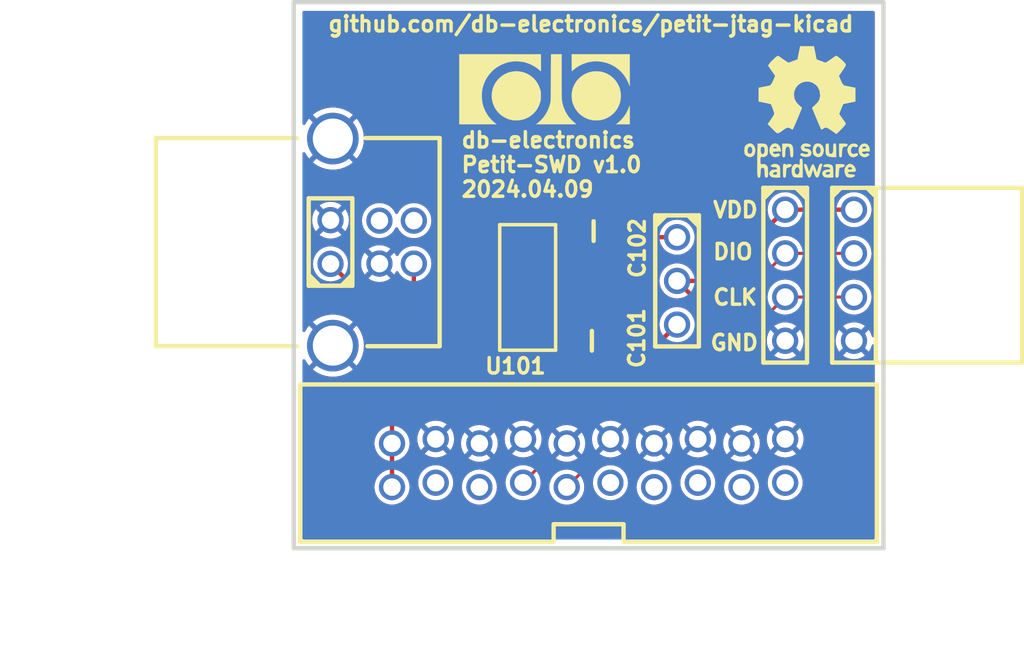
<source format=kicad_pcb>
(kicad_pcb (version 20221018) (generator pcbnew)
  (title_block (title "Petit SWD") (date "2024-04-10") (rev "1.0") (company "db Electronics") (comment 1 "https://github.com/db-electronics/petit-jtag-kicad") (comment 2 "Licensed Under CERN OHL v.1.2") (comment 3 "Copyright 2024 René Richard"))
  (layers (0 "F.Cu" signal) (31 "B.Cu" signal) (36 "B.SilkS" user "B.Silkscreen") (37 "F.SilkS" user "F.Silkscreen") (38 "B.Mask" user) (39 "F.Mask" user) (44 "Edge.Cuts" user))
  (net 0 "")
  (net 1 "+3V3")
  (net 3 "GND")
  (net 5 "/SWDIO")
  (net 6 "/SWCLK")
  (net 12 "+5V")
  (net 13 "VCC")
  (footprint "db-thparts:HDR1X4" (layer "F.Cu") (at 154.305 92.075)
    (fp_text reference "CON102" hide)
    (fp_text value "61300411121" hide)
    (fp_line (start -1.27 -1.27) (end -1.27 8.89) (stroke (width 0.254)) (layer "F.SilkS"))
    (fp_line (start -1.27 -1.27) (end -1.016 -1.016) (stroke (width 0.254)) (layer "F.SilkS"))
    (fp_line (start -1.27 -0.635) (end -0.635 -1.27) (stroke (width 0.254)) (layer "F.SilkS"))
    (fp_line (start -1.27 8.89) (end 1.27 8.89) (stroke (width 0.254)) (layer "F.SilkS"))
    (fp_line (start 0.635 -1.27) (end 1.27 -0.635) (stroke (width 0.254)) (layer "F.SilkS"))
    (fp_line (start 1.27 -1.27) (end -1.27 -1.27) (stroke (width 0.254)) (layer "F.SilkS"))
    (fp_line (start 1.27 -1.27) (end 1.016 -1.016) (stroke (width 0.254)) (layer "F.SilkS"))
    (fp_line (start 1.27 8.89) (end 1.27 -1.27) (stroke (width 0.254)) (layer "F.SilkS"))
    (pad "1" thru_hole circle (at 0 0) (size 1.524 1.524) (drill 1.016) (layers "*.Cu" "*.Mask") (net 13 "VCC"))
    (pad "2" thru_hole circle (at 0 2.54) (size 1.524 1.524) (drill 1.016) (layers "*.Cu" "*.Mask") (net 5 "/SWDIO"))
    (pad "3" thru_hole circle (at 0 5.08) (size 1.524 1.524) (drill 1.016) (layers "*.Cu" "*.Mask") (net 6 "/SWCLK"))
    (pad "4" thru_hole circle (at 0 7.62) (size 1.524 1.524) (drill 1.016) (layers "*.Cu" "*.Mask") (net 3 "GND"))
  )
  (footprint "db-thparts:USB-B1HSxx" (layer "F.Cu") (at 130.715 93.96 90)
    (fp_text reference "CON104" hide)
    (fp_text value "USB-B1HSB6" hide)
    (fp_line (start -6.05 -13) (end -6.05 -4.8) (stroke (width 0.254)) (layer "F.SilkS"))
    (fp_line (start -6.05 -13) (end 6.05 -13) (stroke (width 0.254)) (layer "F.SilkS"))
    (fp_line (start -6.05 3.5) (end -6.05 -0.7) (stroke (width 0.254)) (layer "F.SilkS"))
    (fp_line (start -6.05 3.5) (end 6.05 3.5) (stroke (width 0.254)) (layer "F.SilkS"))
    (fp_line (start 6.05 -13) (end 6.05 -4.8) (stroke (width 0.254)) (layer "F.SilkS"))
    (fp_line (start 6.05 3.5) (end 6.05 -0.8) (stroke (width 0.254)) (layer "F.SilkS"))
    (pad "1" thru_hole circle (at -1.25 2 90) (size 1.524 1.524) (drill 1.016) (layers "*.Cu" "*.Mask") (net 12 "+5V"))
    (pad "2" thru_hole circle (at 1.25 2 90) (size 1.524 1.524) (drill 1.016) (layers "*.Cu" "*.Mask"))
    (pad "3" thru_hole circle (at 1.25 0 90) (size 1.524 1.524) (drill 1.016) (layers "*.Cu" "*.Mask"))
    (pad "4" thru_hole circle (at -1.25 0 90) (size 1.524 1.524) (drill 1.016) (layers "*.Cu" "*.Mask") (net 3 "GND"))
    (pad "5" thru_hole circle (at -6.02 -2.71 90) (size 3 3) (drill 2.33) (layers "*.Cu" "*.Mask") (net 3 "GND"))
    (pad "5" thru_hole circle (at 6.02 -2.71 90) (size 3 3) (drill 2.33) (layers "*.Cu" "*.Mask") (net 3 "GND"))
  )
  (footprint "db-thparts:HDR1X3" (layer "F.Cu") (at 148.0185 93.6752)
    (fp_text reference "CON105" hide)
    (fp_text value "61300311121" hide)
    (fp_line (start -1.27 -1.27) (end -1.27 6.35) (stroke (width 0.254)) (layer "F.SilkS"))
    (fp_line (start -1.27 -1.27) (end -1.016 -1.016) (stroke (width 0.254)) (layer "F.SilkS"))
    (fp_line (start -1.27 -0.635) (end -0.635 -1.27) (stroke (width 0.254)) (layer "F.SilkS"))
    (fp_line (start -1.27 6.35) (end 1.27 6.35) (stroke (width 0.254)) (layer "F.SilkS"))
    (fp_line (start 0.635 -1.27) (end 1.27 -0.635) (stroke (width 0.254)) (layer "F.SilkS"))
    (fp_line (start 1.27 -1.27) (end -1.27 -1.27) (stroke (width 0.254)) (layer "F.SilkS"))
    (fp_line (start 1.27 -1.27) (end 1.016 -1.016) (stroke (width 0.254)) (layer "F.SilkS"))
    (fp_line (start 1.27 6.35) (end 1.27 -1.27) (stroke (width 0.254)) (layer "F.SilkS"))
    (pad "1" thru_hole circle (at 0 0) (size 1.524 1.524) (drill 1.016) (layers "*.Cu" "*.Mask") (net 1 "+3V3"))
    (pad "2" thru_hole circle (at 0 2.54) (size 1.524 1.524) (drill 1.016) (layers "*.Cu" "*.Mask") (net 13 "VCC"))
    (pad "3" thru_hole circle (at 0 5.08) (size 1.524 1.524) (drill 1.016) (layers "*.Cu" "*.Mask") (net 12 "+5V"))
  )
  (footprint "db-thparts:HDR2X10-JTAG-SHROUD" (layer "F.Cu") (at 131.445 108.077 90)
    (fp_text reference "CON101" hide)
    (fp_text value "302-S201" hide)
    (fp_line (start -3.302 -5.334) (end -3.302 9.398) (stroke (width 0.254)) (layer "F.SilkS"))
    (fp_line (start -3.302 -5.334) (end 5.842 -5.334) (stroke (width 0.254)) (layer "F.SilkS"))
    (fp_line (start -3.302 9.398) (end -2.286 9.398) (stroke (width 0.254)) (layer "F.SilkS"))
    (fp_line (start -3.302 13.462) (end -3.302 28.194) (stroke (width 0.254)) (layer "F.SilkS"))
    (fp_line (start -3.302 28.194) (end 5.842 28.194) (stroke (width 0.254)) (layer "F.SilkS"))
    (fp_line (start -2.286 9.398) (end -2.286 13.462) (stroke (width 0.254)) (layer "F.SilkS"))
    (fp_line (start -2.286 13.462) (end -3.302 13.462) (stroke (width 0.254)) (layer "F.SilkS"))
    (fp_line (start 5.842 28.194) (end 5.842 -5.334) (stroke (width 0.254)) (layer "F.SilkS"))
    (pad "1" thru_hole circle (at -0.127 0 90) (size 1.524 1.524) (drill 1.016) (layers "*.Cu" "*.Mask") (net 13 "VCC"))
    (pad "2" thru_hole circle (at 2.413 0 90) (size 1.524 1.524) (drill 1.016) (layers "*.Cu" "*.Mask") (net 13 "VCC"))
    (pad "3" thru_hole circle (at 0.127 2.54 90) (size 1.524 1.524) (drill 1.016) (layers "*.Cu" "*.Mask"))
    (pad "4" thru_hole circle (at 2.667 2.54 90) (size 1.524 1.524) (drill 1.016) (layers "*.Cu" "*.Mask") (net 3 "GND"))
    (pad "5" thru_hole circle (at -0.127 5.08 90) (size 1.524 1.524) (drill 1.016) (layers "*.Cu" "*.Mask"))
    (pad "6" thru_hole circle (at 2.413 5.08 90) (size 1.524 1.524) (drill 1.016) (layers "*.Cu" "*.Mask") (net 3 "GND"))
    (pad "7" thru_hole circle (at 0.127 7.62 90) (size 1.524 1.524) (drill 1.016) (layers "*.Cu" "*.Mask") (net 5 "/SWDIO"))
    (pad "8" thru_hole circle (at 2.667 7.62 90) (size 1.524 1.524) (drill 1.016) (layers "*.Cu" "*.Mask") (net 3 "GND"))
    (pad "9" thru_hole circle (at -0.127 10.16 90) (size 1.524 1.524) (drill 1.016) (layers "*.Cu" "*.Mask") (net 6 "/SWCLK"))
    (pad "10" thru_hole circle (at 2.413 10.16 90) (size 1.524 1.524) (drill 1.016) (layers "*.Cu" "*.Mask") (net 3 "GND"))
    (pad "11" thru_hole circle (at 0.127 12.7 90) (size 1.524 1.524) (drill 1.016) (layers "*.Cu" "*.Mask"))
    (pad "12" thru_hole circle (at 2.667 12.7 90) (size 1.524 1.524) (drill 1.016) (layers "*.Cu" "*.Mask") (net 3 "GND"))
    (pad "13" thru_hole circle (at -0.127 15.24 90) (size 1.524 1.524) (drill 1.016) (layers "*.Cu" "*.Mask"))
    (pad "14" thru_hole circle (at 2.413 15.24 90) (size 1.524 1.524) (drill 1.016) (layers "*.Cu" "*.Mask") (net 3 "GND"))
    (pad "15" thru_hole circle (at 0.127 17.78 90) (size 1.524 1.524) (drill 1.016) (layers "*.Cu" "*.Mask"))
    (pad "16" thru_hole circle (at 2.667 17.78 90) (size 1.524 1.524) (drill 1.016) (layers "*.Cu" "*.Mask") (net 3 "GND"))
    (pad "17" thru_hole circle (at -0.127 20.32 90) (size 1.524 1.524) (drill 1.016) (layers "*.Cu" "*.Mask"))
    (pad "18" thru_hole circle (at 2.413 20.32 90) (size 1.524 1.524) (drill 1.016) (layers "*.Cu" "*.Mask") (net 3 "GND"))
    (pad "19" thru_hole circle (at 0.127 22.86 90) (size 1.524 1.524) (drill 1.016) (layers "*.Cu" "*.Mask"))
    (pad "20" thru_hole circle (at 2.667 22.86 90) (size 1.524 1.524) (drill 1.016) (layers "*.Cu" "*.Mask") (net 3 "GND"))
  )
  (footprint "db-thparts:HDR1X2" (layer "F.Cu") (at 127.87 95.2246 180)
    (fp_text reference "CON106" hide)
    (fp_text value "61300211121" hide)
    (fp_line (start -1.27 -1.27) (end -1.016 -1.016) (stroke (width 0.254)) (layer "F.SilkS"))
    (fp_line (start -1.27 -1.27) (end 1.27 -1.27) (stroke (width 0.254)) (layer "F.SilkS"))
    (fp_line (start -1.27 3.81) (end -1.27 -1.27) (stroke (width 0.254)) (layer "F.SilkS"))
    (fp_line (start -0.635 -1.27) (end -1.27 -0.635) (stroke (width 0.254)) (layer "F.SilkS"))
    (fp_line (start 0.635 -1.27) (end 1.27 -0.635) (stroke (width 0.254)) (layer "F.SilkS"))
    (fp_line (start 1.27 -1.27) (end 1.016 -1.016) (stroke (width 0.254)) (layer "F.SilkS"))
    (fp_line (start 1.27 -1.27) (end 1.27 3.81) (stroke (width 0.254)) (layer "F.SilkS"))
    (fp_line (start 1.27 3.81) (end -1.27 3.81) (stroke (width 0.254)) (layer "F.SilkS"))
    (pad "1" thru_hole circle (at 0 0 180) (size 1.524 1.524) (drill 1.016) (layers "*.Cu" "*.Mask") (net 12 "+5V"))
    (pad "2" thru_hole circle (at 0 2.54 180) (size 1.524 1.524) (drill 1.016) (layers "*.Cu" "*.Mask") (net 3 "GND"))
  )
  (footprint "db-smt:SOT-223" (layer "F.Cu") (at 136.2571 96.5962 -90)
    (fp_text reference "U101" (at 4.572 -2.3634) (layer "F.SilkS") (effects (font (size 0.889 0.889) (thickness 0.2032))))
    (fp_text value "AZ1117CH-3.3TRG1" hide)
    (fp_line (start -3.65 -4.7) (end -3.65 -1.45) (stroke (width 0.2032)) (layer "F.SilkS"))
    (fp_line (start -3.65 -4.7) (end 3.65 -4.7) (stroke (width 0.2032)) (layer "F.SilkS"))
    (fp_line (start -3.65 -1.45) (end 3.65 -1.45) (stroke (width 0.2032)) (layer "F.SilkS"))
    (fp_line (start 3.65 -1.45) (end 3.65 -4.7) (stroke (width 0.2032)) (layer "F.SilkS"))
    (pad "1" smd rect (at -2.3 0 270) (size 1.2 2.2) (layers "F.Cu" "F.Paste" "F.Mask") (net 3 "GND"))
    (pad "2" smd rect (at 0 -6.2 270) (size 3.5 2.2) (layers "F.Cu" "F.Paste" "F.Mask") (net 1 "+3V3"))
    (pad "2" smd rect (at 0 0 270) (size 1.2 2.2) (layers "F.Cu" "F.Paste" "F.Mask") (net 1 "+3V3"))
    (pad "3" smd rect (at 2.3 0 270) (size 1.2 2.2) (layers "F.Cu" "F.Paste" "F.Mask") (net 12 "+5V"))
  )
  (footprint "db-artwork:oshw-logo_7.5mm" (layer "F.Cu") (at 155.575 86.36)
    (fp_text reference "logo102" hide)
    (fp_text value "oshw-logo" hide)
    (fp_poly (pts (xy 2.22811 1.877412) (xy 2.32344 1.894297) (xy 2.352796 1.910333) (xy 2.352453 1.97402) (xy 2.301982 2.030846) (xy 2.232318 2.049496) (xy 2.218866 2.045914) (xy 2.128443 2.045235) (xy 2.067523 2.123527) (xy 2.036362 2.280306) (xy 2.032 2.397016) (xy 2.029261 2.544228) (xy 2.0171 2.625709) (xy 1.989602 2.660325) (xy 1.947334 2.667) (xy 1.907758 2.660853) (xy 1.882879 2.631872) (xy 1.869322 2.564247) (xy 1.863712 2.442169) (xy 1.862667 2.270401) (xy 1.862667 1.873803) (xy 2.095152 1.871714) (xy 2.22811 1.877412)) (stroke (width 0.01)) (fill solid) (layer "F.SilkS"))
    (fp_poly (pts (xy 2.022973 3.065188) (xy 2.127916 3.079321) (xy 2.15971 3.090771) (xy 2.190713 3.141916) (xy 2.158229 3.198734) (xy 2.080209 3.243732) (xy 1.986418 3.259666) (xy 1.922796 3.263281) (xy 1.88592 3.286651) (xy 1.867083 3.348566) (xy 1.857579 3.467816) (xy 1.854018 3.545416) (xy 1.844786 3.698174) (xy 1.829135 3.785832) (xy 1.799916 3.827958) (xy 1.749983 3.844114) (xy 1.74462 3.844907) (xy 1.699481 3.848141) (xy 1.671736 3.831952) (xy 1.657946 3.780902) (xy 1.654675 3.679555) (xy 1.658485 3.512471) (xy 1.659953 3.464671) (xy 1.672167 3.070692) (xy 1.887265 3.063011) (xy 2.022973 3.065188)) (stroke (width 0.01)) (fill solid) (layer "F.SilkS"))
    (fp_poly (pts (xy -1.243579 3.06787) (xy -1.227666 3.095516) (xy -1.20757 3.118205) (xy -1.164716 3.090789) (xy -1.091078 3.064163) (xy -0.996521 3.065817) (xy -0.917282 3.090822) (xy -0.889 3.128289) (xy -0.926827 3.194313) (xy -1.022505 3.247304) (xy -1.100666 3.266193) (xy -1.157175 3.27999) (xy -1.190253 3.314953) (xy -1.207681 3.390827) (xy -1.217238 3.527358) (xy -1.219017 3.566583) (xy -1.228565 3.719624) (xy -1.244389 3.806152) (xy -1.272541 3.844321) (xy -1.314267 3.852333) (xy -1.352752 3.845812) (xy -1.377044 3.815809) (xy -1.390367 3.746659) (xy -1.395943 3.622698) (xy -1.397 3.450166) (xy -1.395721 3.263248) (xy -1.389682 3.145278) (xy -1.375574 3.080552) (xy -1.350093 3.053364) (xy -1.312333 3.048) (xy -1.243579 3.06787)) (stroke (width 0.01)) (fill solid) (layer "F.SilkS"))
    (fp_poly (pts (xy 2.82331 1.881264) (xy 2.900728 1.921585) (xy 2.954549 1.976468) (xy 2.938543 2.031202) (xy 2.926375 2.046689) (xy 2.867729 2.089704) (xy 2.794886 2.065028) (xy 2.790244 2.062162) (xy 2.688997 2.035925) (xy 2.607165 2.084516) (xy 2.556628 2.198436) (xy 2.548193 2.255768) (xy 2.564622 2.388194) (xy 2.630992 2.466225) (xy 2.732961 2.478284) (xy 2.794875 2.454865) (xy 2.892314 2.429654) (xy 2.952714 2.466943) (xy 2.963334 2.514536) (xy 2.927022 2.570213) (xy 2.839411 2.624309) (xy 2.732489 2.660019) (xy 2.675592 2.665712) (xy 2.579023 2.643735) (xy 2.52545 2.619056) (xy 2.43773 2.52739) (xy 2.374678 2.387215) (xy 2.349389 2.23389) (xy 2.355582 2.160339) (xy 2.420428 2.017455) (xy 2.535378 1.916578) (xy 2.677362 1.867814) (xy 2.82331 1.881264)) (stroke (width 0.01)) (fill solid) (layer "F.SilkS"))
    (fp_poly (pts (xy -1.029438 1.881142) (xy -0.913774 1.922038) (xy -0.84505 2.007565) (xy -0.812251 2.150923) (xy -0.804333 2.3495) (xy -0.806414 2.512016) (xy -0.815692 2.607385) (xy -0.836722 2.653087) (xy -0.87406 2.666601) (xy -0.887066 2.667) (xy -0.9321 2.657027) (xy -0.959038 2.61493) (xy -0.974067 2.522436) (xy -0.982316 2.385669) (xy -0.995486 2.219747) (xy -1.020254 2.118959) (xy -1.061858 2.06401) (xy -1.071396 2.057586) (xy -1.153734 2.04262) (xy -1.216706 2.104179) (xy -1.256668 2.235593) (xy -1.27 2.421091) (xy -1.273294 2.560192) (xy -1.287682 2.634364) (xy -1.319921 2.663232) (xy -1.354666 2.667) (xy -1.394242 2.660853) (xy -1.419121 2.631872) (xy -1.432678 2.564247) (xy -1.438288 2.442169) (xy -1.439333 2.270401) (xy -1.439333 1.873803) (xy -1.203055 1.871679) (xy -1.029438 1.881142)) (stroke (width 0.01)) (fill solid) (layer "F.SilkS"))
    (fp_poly (pts (xy 0.790285 1.90013) (xy 0.902959 2.004503) (xy 0.964874 2.163757) (xy 0.973667 2.264833) (xy 0.943669 2.445903) (xy 0.863097 2.577067) (xy 0.746085 2.649834) (xy 0.606768 2.655716) (xy 0.459278 2.586223) (xy 0.450209 2.57926) (xy 0.383399 2.514244) (xy 0.349961 2.435757) (xy 0.339122 2.313135) (xy 0.338751 2.271196) (xy 0.508 2.271196) (xy 0.534069 2.391705) (xy 0.597694 2.461401) (xy 0.677001 2.474793) (xy 0.750118 2.42639) (xy 0.788905 2.341708) (xy 0.791675 2.221391) (xy 0.768281 2.134711) (xy 0.701714 2.049293) (xy 0.62637 2.036002) (xy 0.558781 2.086167) (xy 0.515479 2.191119) (xy 0.508 2.271196) (xy 0.338751 2.271196) (xy 0.338667 2.26176) (xy 0.362385 2.063774) (xy 0.434646 1.934067) (xy 0.557111 1.870416) (xy 0.636924 1.862666) (xy 0.790285 1.90013)) (stroke (width 0.01)) (fill solid) (layer "F.SilkS"))
    (fp_poly (pts (xy -3.149684 1.921286) (xy -3.057849 2.037379) (xy -3.009596 2.202889) (xy -3.005666 2.272466) (xy -3.036276 2.450477) (xy -3.11824 2.57921) (xy -3.236761 2.649993) (xy -3.377042 2.654152) (xy -3.524285 2.583017) (xy -3.529124 2.57926) (xy -3.597043 2.512578) (xy -3.630364 2.431505) (xy -3.640441 2.304474) (xy -3.640666 2.26914) (xy -3.639305 2.246067) (xy -3.464082 2.246067) (xy -3.453415 2.377047) (xy -3.405317 2.441241) (xy -3.308783 2.473499) (xy -3.228568 2.433489) (xy -3.181208 2.33361) (xy -3.175 2.268527) (xy -3.200222 2.132533) (xy -3.262034 2.05715) (xy -3.339656 2.04399) (xy -3.412307 2.09467) (xy -3.459207 2.210803) (xy -3.464082 2.246067) (xy -3.639305 2.246067) (xy -3.631853 2.119818) (xy -3.598824 2.022228) (xy -3.542688 1.954712) (xy -3.406504 1.871432) (xy -3.270703 1.863131) (xy -3.149684 1.921286)) (stroke (width 0.01)) (fill solid) (layer "F.SilkS"))
    (fp_poly (pts (xy 1.648214 1.868804) (xy 1.673088 1.897748) (xy 1.686654 1.965297) (xy 1.692278 2.087246) (xy 1.693334 2.259948) (xy 1.693334 2.65723) (xy 1.480324 2.65723) (xy 1.283198 2.63453) (xy 1.173408 2.581219) (xy 1.123775 2.530084) (xy 1.095293 2.461866) (xy 1.082393 2.353641) (xy 1.0795 2.19452) (xy 1.081421 2.034261) (xy 1.090856 1.939888) (xy 1.113315 1.892646) (xy 1.154311 1.873776) (xy 1.17475 1.870305) (xy 1.224546 1.868374) (xy 1.253053 1.891989) (xy 1.266185 1.958675) (xy 1.269856 2.085954) (xy 1.27 2.152527) (xy 1.277127 2.33179) (xy 1.302216 2.436439) (xy 1.350831 2.475616) (xy 1.428536 2.458461) (xy 1.449917 2.448123) (xy 1.492103 2.408286) (xy 1.515072 2.330379) (xy 1.523565 2.19445) (xy 1.524 2.136343) (xy 1.526667 1.987916) (xy 1.538536 1.905334) (xy 1.565408 1.869845) (xy 1.608667 1.862666) (xy 1.648214 1.868804)) (stroke (width 0.01)) (fill solid) (layer "F.SilkS"))
    (fp_poly (pts (xy -1.706223 1.902656) (xy -1.602585 2.001704) (xy -1.540886 2.155077) (xy -1.53834 2.169583) (xy -1.512922 2.328333) (xy -1.751294 2.328333) (xy -1.895547 2.334301) (xy -1.97017 2.354641) (xy -1.989666 2.38898) (xy -1.954272 2.450897) (xy -1.870123 2.481492) (xy -1.770271 2.471265) (xy -1.743751 2.459659) (xy -1.655783 2.441119) (xy -1.615152 2.465781) (xy -1.571371 2.527493) (xy -1.595679 2.574918) (xy -1.674158 2.617871) (xy -1.82639 2.662932) (xy -1.956018 2.638274) (xy -2.044207 2.581817) (xy -2.149803 2.448119) (xy -2.187844 2.275654) (xy -2.160666 2.106083) (xy -1.979083 2.106083) (xy -1.957054 2.146227) (xy -1.862666 2.159) (xy -1.765627 2.145022) (xy -1.74625 2.106083) (xy -1.797275 2.064761) (xy -1.862666 2.053166) (xy -1.946453 2.073122) (xy -1.979083 2.106083) (xy -2.160666 2.106083) (xy -2.158941 2.095321) (xy -2.07816 1.954264) (xy -1.963072 1.876655) (xy -1.832739 1.860212) (xy -1.706223 1.902656)) (stroke (width 0.01)) (fill solid) (layer "F.SilkS"))
    (fp_poly (pts (xy 0.032085 1.87269) (xy 0.145844 1.911644) (xy 0.21911 1.964544) (xy 0.219508 2.01279) (xy 0.158639 2.045933) (xy 0.048103 2.053524) (xy -0.004943 2.047466) (xy -0.113125 2.036538) (xy -0.160745 2.053896) (xy -0.169333 2.090089) (xy -0.135859 2.14482) (xy -0.051753 2.159) (xy 0.098843 2.190268) (xy 0.206821 2.273798) (xy 0.253423 2.394177) (xy 0.254 2.410216) (xy 0.234066 2.515625) (xy 0.194278 2.579198) (xy 0.068404 2.636472) (xy -0.093281 2.648349) (xy -0.254236 2.613399) (xy -0.288299 2.598086) (xy -0.376246 2.547028) (xy -0.397284 2.508044) (xy -0.367321 2.465845) (xy -0.297276 2.427195) (xy -0.219388 2.4512) (xy -0.09877 2.49182) (xy 0.008521 2.488788) (xy 0.066425 2.4506) (xy 0.064241 2.393468) (xy -0.004521 2.349419) (xy -0.1218 2.329272) (xy -0.136607 2.328981) (xy -0.257545 2.291982) (xy -0.336547 2.199474) (xy -0.356488 2.076901) (xy -0.343034 2.022321) (xy -0.261692 1.915345) (xy -0.13084 1.864152) (xy 0.032085 1.87269)) (stroke (width 0.01)) (fill solid) (layer "F.SilkS"))
    (fp_poly (pts (xy 1.328847 3.077167) (xy 1.44165 3.129082) (xy 1.481152 3.174038) (xy 1.502915 3.255803) (xy 1.518339 3.392208) (xy 1.524 3.548666) (xy 1.524 3.843232) (xy 1.275608 3.846729) (xy 1.114456 3.841178) (xy 1.01354 3.815389) (xy 0.958108 3.773862) (xy 0.891367 3.65341) (xy 0.892583 3.636379) (xy 1.076895 3.636379) (xy 1.078074 3.638359) (xy 1.14299 3.675222) (xy 1.236482 3.670727) (xy 1.318066 3.6325) (xy 1.346826 3.58775) (xy 1.333302 3.529338) (xy 1.262521 3.514314) (xy 1.149223 3.532831) (xy 1.080827 3.577905) (xy 1.076895 3.636379) (xy 0.892583 3.636379) (xy 0.899501 3.539574) (xy 0.973199 3.448011) (xy 1.103152 3.394374) (xy 1.188357 3.386666) (xy 1.30554 3.375539) (xy 1.352492 3.33918) (xy 1.354667 3.323973) (xy 1.316371 3.267176) (xy 1.214052 3.233756) (xy 1.066564 3.229775) (xy 1.062618 3.230092) (xy 0.970587 3.216697) (xy 0.945988 3.1706) (xy 0.991736 3.113928) (xy 1.043869 3.087785) (xy 1.185723 3.061325) (xy 1.328847 3.077167)) (stroke (width 0.01)) (fill solid) (layer "F.SilkS"))
    (fp_poly (pts (xy 3.471791 1.901043) (xy 3.579104 2.001264) (xy 3.636305 2.140963) (xy 3.640667 2.193478) (xy 3.640667 2.328333) (xy 3.404306 2.328333) (xy 3.254758 2.338375) (xy 3.187429 2.368528) (xy 3.202284 2.418829) (xy 3.272624 2.473166) (xy 3.359362 2.494157) (xy 3.432171 2.463177) (xy 3.513164 2.429624) (xy 3.579256 2.457167) (xy 3.58483 2.461693) (xy 3.622675 2.506952) (xy 3.599944 2.552523) (xy 3.555657 2.591123) (xy 3.411286 2.658886) (xy 3.256596 2.65132) (xy 3.116674 2.57) (xy 3.109576 2.56309) (xy 3.02468 2.429482) (xy 2.99842 2.275213) (xy 3.021416 2.137379) (xy 3.194122 2.137379) (xy 3.228407 2.155468) (xy 3.316655 2.159) (xy 3.417206 2.150998) (xy 3.449524 2.121899) (xy 3.444309 2.0955) (xy 3.386306 2.040795) (xy 3.344988 2.032) (xy 3.255617 2.06256) (xy 3.217334 2.0955) (xy 3.194122 2.137379) (xy 3.021416 2.137379) (xy 3.024174 2.120852) (xy 3.095322 1.98697) (xy 3.205241 1.894136) (xy 3.33503 1.862666) (xy 3.471791 1.901043)) (stroke (width 0.01)) (fill solid) (layer "F.SilkS"))
    (fp_poly (pts (xy -1.759714 3.066267) (xy -1.660419 3.1139) (xy -1.612437 3.156684) (xy -1.584121 3.215841) (xy -1.570455 3.312575) (xy -1.566425 3.468094) (xy -1.566333 3.511688) (xy -1.566333 3.843576) (xy -1.800745 3.846376) (xy -1.959576 3.839163) (xy -2.062327 3.808311) (xy -2.118245 3.766088) (xy -2.189099 3.668778) (xy -2.18802 3.608916) (xy -1.981825 3.608916) (xy -1.972562 3.662209) (xy -1.904702 3.681907) (xy -1.865771 3.683) (xy -1.771873 3.670737) (xy -1.737708 3.623788) (xy -1.735666 3.595521) (xy -1.752352 3.533005) (xy -1.818071 3.518547) (xy -1.851721 3.521438) (xy -1.948235 3.557578) (xy -1.981825 3.608916) (xy -2.18802 3.608916) (xy -2.187381 3.573542) (xy -2.135433 3.480752) (xy -2.059636 3.412876) (xy -1.942561 3.387717) (xy -1.899495 3.386666) (xy -1.790033 3.380095) (xy -1.745558 3.354318) (xy -1.744177 3.312583) (xy -1.782296 3.259086) (xy -1.879606 3.239161) (xy -1.912606 3.2385) (xy -2.045718 3.225828) (xy -2.105687 3.190437) (xy -2.088197 3.136267) (xy -2.055592 3.108038) (xy -1.915753 3.053823) (xy -1.759714 3.066267)) (stroke (width 0.01)) (fill solid) (layer "F.SilkS"))
    (fp_poly (pts (xy 2.626053 3.086625) (xy 2.746604 3.187969) (xy 2.8216 3.330232) (xy 2.836334 3.430991) (xy 2.825786 3.478603) (xy 2.780924 3.503548) (xy 2.68192 3.512774) (xy 2.600396 3.513666) (xy 2.465336 3.517304) (xy 2.396809 3.532229) (xy 2.376846 3.564462) (xy 2.379217 3.58775) (xy 2.412386 3.637989) (xy 2.498404 3.659455) (xy 2.568909 3.661833) (xy 2.71262 3.673377) (xy 2.781052 3.706322) (xy 2.771024 3.758135) (xy 2.732926 3.792294) (xy 2.610922 3.839976) (xy 2.460252 3.847119) (xy 2.327492 3.812007) (xy 2.319417 3.807541) (xy 2.252302 3.728358) (xy 2.202928 3.597633) (xy 2.180464 3.448058) (xy 2.187764 3.338095) (xy 2.208344 3.292693) (xy 2.372425 3.292693) (xy 2.380938 3.345992) (xy 2.449784 3.382016) (xy 2.497667 3.386666) (xy 2.595757 3.368954) (xy 2.624667 3.327695) (xy 2.589395 3.262629) (xy 2.506623 3.23351) (xy 2.434167 3.244357) (xy 2.372425 3.292693) (xy 2.208344 3.292693) (xy 2.238112 3.227022) (xy 2.328117 3.124733) (xy 2.429995 3.058791) (xy 2.480217 3.048) (xy 2.626053 3.086625)) (stroke (width 0.01)) (fill solid) (layer "F.SilkS"))
    (fp_poly (pts (xy -0.303943 2.756376) (xy -0.280278 2.779548) (xy -0.265561 2.834748) (xy -0.257684 2.93554) (xy -0.254535 3.095491) (xy -0.254 3.296005) (xy -0.254 3.840345) (xy -0.507282 3.843936) (xy -0.656761 3.841165) (xy -0.747343 3.822851) (xy -0.804373 3.781962) (xy -0.824782 3.755844) (xy -0.873586 3.633793) (xy -0.891162 3.474797) (xy -0.890475 3.46589) (xy -0.719666 3.46589) (xy -0.695394 3.58952) (xy -0.635375 3.662747) (xy -0.558803 3.677134) (xy -0.484873 3.624245) (xy -0.459386 3.580288) (xy -0.432928 3.459209) (xy -0.450252 3.34057) (xy -0.504532 3.25794) (xy -0.527576 3.244968) (xy -0.609057 3.252344) (xy -0.678831 3.321375) (xy -0.717215 3.429423) (xy -0.719666 3.46589) (xy -0.890475 3.46589) (xy -0.8786 3.312123) (xy -0.836994 3.17904) (xy -0.804333 3.132666) (xy -0.691453 3.058187) (xy -0.569848 3.06334) (xy -0.505217 3.091822) (xy -0.455206 3.11101) (xy -0.431165 3.086533) (xy -0.423743 3.001473) (xy -0.423333 2.943656) (xy -0.417883 2.82404) (xy -0.395211 2.767243) (xy -0.345841 2.751769) (xy -0.338666 2.751666) (xy -0.303943 2.756376)) (stroke (width 0.01)) (fill solid) (layer "F.SilkS"))
    (fp_poly (pts (xy 0.873303 3.057858) (xy 0.889 3.071407) (xy 0.877607 3.119639) (xy 0.847032 3.229717) (xy 0.802683 3.382469) (xy 0.775057 3.475455) (xy 0.718782 3.655414) (xy 0.67573 3.767487) (xy 0.638235 3.825838) (xy 0.598629 3.84463) (xy 0.575731 3.843631) (xy 0.515015 3.810127) (xy 0.462799 3.719413) (xy 0.421592 3.598333) (xy 0.352837 3.3655) (xy 0.274521 3.608916) (xy 0.215277 3.765064) (xy 0.159474 3.845163) (xy 0.10309 3.84765) (xy 0.042104 3.77096) (xy -0.027505 3.613529) (xy -0.077704 3.471866) (xy -0.134395 3.287803) (xy -0.166094 3.151397) (xy -0.170009 3.075753) (xy -0.164126 3.065948) (xy -0.084956 3.055934) (xy -0.015993 3.129422) (xy 0.042212 3.2858) (xy 0.045427 3.298107) (xy 0.080012 3.413179) (xy 0.110399 3.480658) (xy 0.124227 3.488752) (xy 0.15075 3.437966) (xy 0.191467 3.334887) (xy 0.215321 3.267256) (xy 0.265833 3.151114) (xy 0.31848 3.080217) (xy 0.342147 3.069166) (xy 0.388612 3.106985) (xy 0.445645 3.208025) (xy 0.489352 3.316) (xy 0.576886 3.562834) (xy 0.648454 3.305417) (xy 0.694848 3.158686) (xy 0.737457 3.078903) (xy 0.786334 3.049485) (xy 0.804511 3.048) (xy 0.873303 3.057858)) (stroke (width 0.01)) (fill solid) (layer "F.SilkS"))
    (fp_poly (pts (xy -2.473218 1.881848) (xy -2.360057 1.934799) (xy -2.297863 2.040136) (xy -2.274901 2.210464) (xy -2.273905 2.271678) (xy -2.279907 2.419636) (xy -2.303797 2.511864) (xy -2.354396 2.576816) (xy -2.37362 2.593237) (xy -2.503933 2.653689) (xy -2.591335 2.650383) (xy -2.659006 2.640494) (xy -2.694094 2.658364) (xy -2.707303 2.722778) (xy -2.709333 2.852522) (xy -2.709333 2.8575) (xy -2.707469 2.989441) (xy -2.69474 3.055502) (xy -2.660445 3.074468) (xy -2.59388 3.065125) (xy -2.591335 3.064616) (xy -2.453262 3.074597) (xy -2.372074 3.123014) (xy -2.318902 3.175622) (xy -2.287923 3.241585) (xy -2.272986 3.344219) (xy -2.267937 3.506841) (xy -2.267823 3.518089) (xy -2.268185 3.679118) (xy -2.276534 3.774173) (xy -2.298027 3.821899) (xy -2.337821 3.840942) (xy -2.358088 3.844432) (xy -2.407629 3.845267) (xy -2.436946 3.8184) (xy -2.452821 3.746198) (xy -2.462035 3.611026) (xy -2.463921 3.569266) (xy -2.472433 3.416924) (xy -2.486367 3.330562) (xy -2.513383 3.291522) (xy -2.561141 3.281146) (xy -2.582333 3.280833) (xy -2.63866 3.285987) (xy -2.67158 3.313945) (xy -2.688855 3.383448) (xy -2.698249 3.513239) (xy -2.700684 3.566583) (xy -2.710366 3.719947) (xy -2.726444 3.806661) (xy -2.754789 3.844743) (xy -2.793821 3.852333) (xy -2.840672 3.839996) (xy -2.867769 3.790241) (xy -2.882443 3.683949) (xy -2.887137 3.608916) (xy -2.890662 3.484501) (xy -2.892323 3.295455) (xy -2.892112 3.061793) (xy -2.890024 2.80353) (xy -2.887436 2.618439) (xy -2.88074 2.214871) (xy -2.701481 2.214871) (xy -2.693607 2.351299) (xy -2.652641 2.453359) (xy -2.588565 2.497362) (xy -2.582333 2.497666) (xy -2.531393 2.468996) (xy -2.500118 2.437121) (xy -2.470372 2.357131) (xy -2.461815 2.238104) (xy -2.463185 2.214871) (xy -2.479428 2.1083) (xy -2.516064 2.0624) (xy -2.582333 2.053166) (xy -2.653022 2.064577) (xy -2.687196 2.114779) (xy -2.701481 2.214871) (xy -2.88074 2.214871) (xy -2.875039 1.871379) (xy -2.64908 1.86868) (xy -2.473218 1.881848)) (stroke (width 0.01)) (fill solid) (layer "F.SilkS"))
    (fp_poly (pts (xy 0.43056 -3.640667) (xy 0.45725 -3.511282) (xy 0.490022 -3.346986) (xy 0.507154 -3.259094) (xy 0.55218 -3.025687) (xy 0.796344 -2.93101) (xy 0.930353 -2.881115) (xy 1.032684 -2.846812) (xy 1.075794 -2.836334) (xy 1.125198 -2.859205) (xy 1.223245 -2.919614) (xy 1.350142 -3.005254) (xy 1.370458 -3.019528) (xy 1.503435 -3.112644) (xy 1.613169 -3.188027) (xy 1.678037 -3.230843) (xy 1.681641 -3.233007) (xy 1.732262 -3.219166) (xy 1.823224 -3.159301) (xy 1.936625 -3.068845) (xy 2.054565 -2.963225) (xy 2.159144 -2.857873) (xy 2.232459 -2.768218) (xy 2.245544 -2.746943) (xy 2.249635 -2.689091) (xy 2.21076 -2.595359) (xy 2.123556 -2.454487) (xy 2.067641 -2.373458) (xy 1.852573 -2.068198) (xy 1.968402 -1.795664) (xy 2.051438 -1.624936) (xy 2.125107 -1.52917) (xy 2.174532 -1.502206) (xy 2.262548 -1.483449) (xy 2.401544 -1.455506) (xy 2.54 -1.428558) (xy 2.815167 -1.375834) (xy 2.815167 -0.5715) (xy 2.464817 -0.503373) (xy 2.303708 -0.470501) (xy 2.178266 -0.441994) (xy 2.10868 -0.422554) (xy 2.101212 -0.418707) (xy 2.080205 -0.373901) (xy 2.037557 -0.271817) (xy 1.982296 -0.134095) (xy 1.979498 -0.127) (xy 1.87104 0.148166) (xy 2.050047 0.402166) (xy 2.14135 0.532764) (xy 2.214223 0.638918) (xy 2.254021 0.699273) (xy 2.255457 0.70169) (xy 2.238781 0.749167) (xy 2.172315 0.839355) (xy 2.06803 0.957054) (xy 1.996597 1.03029) (xy 1.711334 1.313366) (xy 1.440067 1.122349) (xy 1.277811 1.01366) (xy 1.162448 0.954486) (xy 1.075852 0.940114) (xy 0.999896 0.965829) (xy 0.954992 0.996179) (xy 0.880675 1.044293) (xy 0.843786 1.058333) (xy 0.818662 1.021264) (xy 0.767845 0.918783) (xy 0.697357 0.76398) (xy 0.613221 0.569945) (xy 0.552732 0.425763) (xy 0.29071 -0.206807) (xy 0.465596 -0.364806) (xy 0.626057 -0.53221) (xy 0.71978 -0.692915) (xy 0.758912 -0.870974) (xy 0.762 -0.951758) (xy 0.725592 -1.211427) (xy 0.615931 -1.429129) (xy 0.523797 -1.531891) (xy 0.322785 -1.669358) (xy 0.105537 -1.733737) (xy -0.114047 -1.731064) (xy -0.322067 -1.667373) (xy -0.504623 -1.548699) (xy -0.647816 -1.381075) (xy -0.737745 -1.170537) (xy -0.762 -0.973667) (xy -0.730919 -0.746578) (xy -0.631994 -0.546807) (xy -0.469326 -0.367987) (xy -0.29071 -0.206807) (xy -0.552732 0.425763) (xy -0.642605 0.638626) (xy -0.722832 0.820954) (xy -0.78739 0.959657) (xy -0.830257 1.041646) (xy -0.843786 1.058333) (xy -0.896561 1.035414) (xy -0.954992 0.996179) (xy -1.053564 0.943252) (xy -1.153282 0.946343) (xy -1.27689 1.008692) (xy -1.337732 1.050669) (xy -1.500333 1.169152) (xy -1.611936 1.242064) (xy -1.693424 1.268574) (xy -1.765681 1.247851) (xy -1.849589 1.179064) (xy -1.966032 1.061381) (xy -2.002697 1.024199) (xy -2.287033 0.737667) (xy -2.096016 0.4664) (xy -2.004898 0.328375) (xy -1.937405 0.209704) (xy -1.905898 0.132517) (xy -1.905 0.124378) (xy -1.919618 0.057263) (xy -1.956366 -0.058515) (xy -2.004583 -0.193558) (xy -2.053609 -0.31847) (xy -2.092782 -0.403854) (xy -2.101897 -0.418568) (xy -2.146169 -0.433766) (xy -2.253522 -0.460061) (xy -2.403875 -0.492666) (xy -2.464679 -0.505031) (xy -2.815166 -0.575092) (xy -2.815166 -1.375834) (xy -2.54 -1.428558) (xy -2.382815 -1.459214) (xy -2.248344 -1.486379) (xy -2.174532 -1.502206) (xy -2.104015 -1.550113) (xy -2.028241 -1.667037) (xy -1.968261 -1.795994) (xy -1.852292 -2.068858) (xy -2.039048 -2.336179) (xy -2.13253 -2.470701) (xy -2.208466 -2.581276) (xy -2.252468 -2.646927) (xy -2.255612 -2.651906) (xy -2.241424 -2.701751) (xy -2.178187 -2.789488) (xy -2.082034 -2.898975) (xy -1.9691 -3.014072) (xy -1.85552 -3.118637) (xy -1.757426 -3.196528) (xy -1.690954 -3.231606) (xy -1.677389 -3.23038) (xy -1.621287 -3.19364) (xy -1.517411 -3.122383) (xy -1.386971 -3.03118) (xy -1.370457 -3.019528) (xy -1.240939 -2.931162) (xy -1.137298 -2.86618) (xy -1.079329 -2.836889) (xy -1.075794 -2.836334) (xy -1.020291 -2.850645) (xy -0.911562 -2.887847) (xy -0.796343 -2.93101) (xy -0.55218 -3.025687) (xy -0.507154 -3.259094) (xy -0.475172 -3.422) (xy -0.443932 -3.57659) (xy -0.430559 -3.640667) (xy -0.39899 -3.788834) (xy 0.398991 -3.788834) (xy 0.43056 -3.640667)) (stroke (width 0.01)) (fill solid) (layer "F.SilkS"))
  )
  (footprint "db-thparts:RCP1X4_RA" (layer "F.Cu") (at 158.3055 92.075)
    (fp_text reference "CON103" hide)
    (fp_text value "PPTC041LGBN-RC" hide)
    (fp_line (start -1.27 -1.27) (end -1.27 8.89) (stroke (width 0.254)) (layer "F.SilkS"))
    (fp_line (start -1.27 -1.27) (end -1.016 -1.016) (stroke (width 0.254)) (layer "F.SilkS"))
    (fp_line (start -1.27 -0.762) (end -0.762 -1.27) (stroke (width 0.254)) (layer "F.SilkS"))
    (fp_line (start -1.27 8.89) (end 9.779 8.89) (stroke (width 0.254)) (layer "F.SilkS"))
    (fp_line (start 1.016 -1.016) (end 1.27 -1.27) (stroke (width 0.254)) (layer "F.SilkS"))
    (fp_line (start 1.27 -0.762) (end 0.762 -1.27) (stroke (width 0.254)) (layer "F.SilkS"))
    (fp_line (start 1.27 8.89) (end 1.27 -1.27) (stroke (width 0.254)) (layer "F.SilkS"))
    (fp_line (start 9.779 -1.27) (end -1.27 -1.27) (stroke (width 0.254)) (layer "F.SilkS"))
    (fp_line (start 9.779 8.89) (end 9.779 -1.27) (stroke (width 0.254)) (layer "F.SilkS"))
    (pad "1" thru_hole circle (at 0 0) (size 1.524 1.524) (drill 1.016) (layers "*.Cu" "*.Mask") (net 13 "VCC"))
    (pad "2" thru_hole circle (at 0 2.54) (size 1.524 1.524) (drill 1.016) (layers "*.Cu" "*.Mask") (net 5 "/SWDIO"))
    (pad "3" thru_hole circle (at 0 5.08) (size 1.524 1.524) (drill 1.016) (layers "*.Cu" "*.Mask") (net 6 "/SWCLK"))
    (pad "4" thru_hole circle (at 0 7.62) (size 1.524 1.524) (drill 1.016) (layers "*.Cu" "*.Mask") (net 3 "GND"))
  )
  (footprint "db-artwork:db-logo_10mm" (layer "F.Cu") (at 140.335 85.09)
    (fp_text reference "logo101" hide)
    (fp_text value "db-logo" hide)
    (fp_poly (pts (xy 4.926468 0.948175) (xy 4.928046 0.979428) (xy 4.929477 1.0289) (xy 4.930728 1.094411) (xy 4.931764 1.173781) (xy 4.932551 1.264831) (xy 4.933056 1.36538) (xy 4.933243 1.47325) (xy 4.933244 1.478844) (xy 4.933244 2.020711) (xy 4.538133 2.020711) (xy 4.446225 2.020606) (xy 4.361889 2.020308) (xy 4.28768 2.01984) (xy 4.226152 2.019229) (xy 4.17986 2.018498) (xy 4.151358 2.017673) (xy 4.143022 2.016893) (xy 4.151358 2.008843) (xy 4.173864 1.990133) (xy 4.206782 1.963831) (xy 4.234499 1.942167) (xy 4.371567 1.823948) (xy 4.499994 1.689582) (xy 4.617126 1.542769) (xy 4.720311 1.38721) (xy 4.806895 1.226606) (xy 4.874227 1.064659) (xy 4.883951 1.036097) (xy 4.898975 0.992973) (xy 4.912296 0.959371) (xy 4.921928 0.940091) (xy 4.924777 0.937319) (xy 4.926468 0.948175)) (stroke (width 0.01)) (fill solid) (layer "F.SilkS"))
    (fp_poly (pts (xy -2.604912 -2.051782) (xy -0.231423 -2.048933) (xy -0.228482 -1.555044) (xy -0.228013 -1.451899) (xy -0.227856 -1.356055) (xy -0.227997 -1.269799) (xy -0.228417 -1.195413) (xy -0.229099 -1.135184) (xy -0.230028 -1.091397) (xy -0.231186 -1.066335) (xy -0.232104 -1.061156) (xy -0.24284 -1.068204) (xy -0.266186 -1.087109) (xy -0.298072 -1.11451) (xy -0.316739 -1.131055) (xy -0.462277 -1.248172) (xy -0.623569 -1.354245) (xy -0.795513 -1.446547) (xy -0.97301 -1.522351) (xy -1.150958 -1.578929) (xy -1.15748 -1.580617) (xy -1.299093 -1.610309) (xy -1.451467 -1.630408) (xy -1.607712 -1.640557) (xy -1.76094 -1.640401) (xy -1.90426 -1.629584) (xy -1.958623 -1.621974) (xy -2.169326 -1.576966) (xy -2.370789 -1.512197) (xy -2.561935 -1.428643) (xy -2.741686 -1.327281) (xy -2.908964 -1.20909) (xy -3.062692 -1.075046) (xy -3.201791 -0.926127) (xy -3.325185 -0.763309) (xy -3.431794 -0.587571) (xy -3.520542 -0.399889) (xy -3.590351 -0.201241) (xy -3.611712 -0.122987) (xy -3.634907 -0.022355) (xy -3.651399 0.071481) (xy -3.661827 0.165076) (xy -3.66683 0.26499) (xy -3.66705 0.377778) (xy -3.665838 0.431701) (xy -3.655743 0.602797) (xy -3.634671 0.759224) (xy -3.601176 0.906779) (xy -3.553812 1.051261) (xy -3.491134 1.198468) (xy -3.457458 1.267321) (xy -3.357003 1.445216) (xy -3.243603 1.606728) (xy -3.114645 1.755047) (xy -2.967516 1.893366) (xy -2.897683 1.950823) (xy -2.809455 2.020711) (xy -4.9784 2.020711) (xy -4.9784 -2.054631) (xy -2.604912 -2.051782)) (stroke (width 0.01)) (fill solid) (layer "F.SilkS"))
    (fp_poly (pts (xy 4.933244 -1.128889) (xy 4.933173 -0.986506) (xy 4.932966 -0.85081) (xy 4.932634 -0.723469) (xy 4.932189 -0.606153) (xy 4.93164 -0.500529) (xy 4.931 -0.408269) (xy 4.930278 -0.331039) (xy 4.929485 -0.27051) (xy 4.928632 -0.228351) (xy 4.927731 -0.20623) (xy 4.927245 -0.2032) (xy 4.918603 -0.211986) (xy 4.916285 -0.217311) (xy 4.889566 -0.292593) (xy 4.868146 -0.351074) (xy 4.850229 -0.39739) (xy 4.834022 -0.436176) (xy 4.817731 -0.472066) (xy 4.817394 -0.472782) (xy 4.720068 -0.655501) (xy 4.606097 -0.826903) (xy 4.47757 -0.984234) (xy 4.336576 -1.124742) (xy 4.295422 -1.160465) (xy 4.125057 -1.290401) (xy 3.947218 -1.399561) (xy 3.760844 -1.488379) (xy 3.564872 -1.557291) (xy 3.358242 -1.606733) (xy 3.139891 -1.637139) (xy 3.131276 -1.637931) (xy 2.944547 -1.644088) (xy 2.753158 -1.630068) (xy 2.56053 -1.596776) (xy 2.370082 -1.545119) (xy 2.185235 -1.476003) (xy 2.009408 -1.390332) (xy 1.866259 -1.302915) (xy 1.814619 -1.266563) (xy 1.758689 -1.224866) (xy 1.703572 -1.181853) (xy 1.654373 -1.141551) (xy 1.616195 -1.107988) (xy 1.603022 -1.095186) (xy 1.592306 -1.084015) (xy 1.583432 -1.075751) (xy 1.576227 -1.072165) (xy 1.570517 -1.075028) (xy 1.566129 -1.08611) (xy 1.56289 -1.107184) (xy 1.560626 -1.140021) (xy 1.559163 -1.186391) (xy 1.55833 -1.248066) (xy 1.557951 -1.326816) (xy 1.557854 -1.424414) (xy 1.557866 -1.54263) (xy 1.557866 -2.054578) (xy 4.933244 -2.054578) (xy 4.933244 -1.128889)) (stroke (width 0.01)) (fill solid) (layer "F.SilkS"))
    (fp_poly (pts (xy -1.504364 -1.05406) (xy -1.337603 -1.02587) (xy -1.176925 -0.978734) (xy -1.023758 -0.913558) (xy -0.879534 -0.83125) (xy -0.745682 -0.732717) (xy -0.623633 -0.618866) (xy -0.514817 -0.490603) (xy -0.420664 -0.348836) (xy -0.342604 -0.194473) (xy -0.282068 -0.02842) (xy -0.247086 0.112889) (xy -0.239097 0.17114) (xy -0.234121 0.245486) (xy -0.232088 0.329658) (xy -0.232929 0.417383) (xy -0.236577 0.502392) (xy -0.242962 0.578414) (xy -0.252014 0.639177) (xy -0.252911 0.643467) (xy -0.302576 0.821621) (xy -0.372812 0.991561) (xy -0.462737 1.151205) (xy -0.477809 1.174044) (xy -0.524 1.235443) (xy -0.58366 1.304116) (xy -0.651553 1.374843) (xy -0.722446 1.442405) (xy -0.791103 1.501582) (xy -0.85126 1.546466) (xy -1.004982 1.636152) (xy -1.167485 1.70639) (xy -1.336333 1.756633) (xy -1.509089 1.78633) (xy -1.683318 1.794932) (xy -1.856583 1.781889) (xy -1.8796 1.778466) (xy -2.003171 1.753896) (xy -2.119028 1.719344) (xy -2.236508 1.671825) (xy -2.286 1.64854) (xy -2.44006 1.561677) (xy -2.578883 1.459522) (xy -2.702044 1.343759) (xy -2.809116 1.216069) (xy -2.899674 1.078136) (xy -2.97329 0.931641) (xy -3.029539 0.778268) (xy -3.067994 0.619699) (xy -3.08823 0.457617) (xy -3.08982 0.293703) (xy -3.072337 0.129642) (xy -3.035356 -0.032886) (xy -2.97845 -0.192196) (xy -2.901194 -0.346607) (xy -2.822286 -0.468489) (xy -2.716001 -0.597931) (xy -2.593341 -0.715398) (xy -2.457479 -0.818708) (xy -2.311588 -0.905675) (xy -2.158844 -0.974116) (xy -2.026833 -1.015878) (xy -1.850408 -1.049971) (xy -1.675775 -1.062395) (xy -1.504364 -1.05406)) (stroke (width 0.01)) (fill solid) (layer "F.SilkS"))
    (fp_poly (pts (xy 3.065783 -1.054262) (xy 3.128021 -1.052897) (xy 3.17756 -1.050198) (xy 3.219339 -1.045757) (xy 3.258293 -1.039162) (xy 3.299359 -1.030005) (xy 3.307644 -1.027982) (xy 3.41691 -0.99781) (xy 3.514338 -0.963159) (xy 3.610663 -0.919972) (xy 3.659907 -0.894889) (xy 3.809917 -0.803505) (xy 3.946128 -0.695158) (xy 4.06739 -0.571586) (xy 4.172556 -0.434524) (xy 4.260476 -0.285712) (xy 4.330003 -0.126885) (xy 4.379987 0.040219) (xy 4.40928 0.213862) (xy 4.412019 0.242711) (xy 4.41616 0.420817) (xy 4.398798 0.595466) (xy 4.360757 0.764936) (xy 4.302862 0.927507) (xy 4.225936 1.081456) (xy 4.130804 1.225061) (xy 4.01829 1.356601) (xy 3.889217 1.474355) (xy 3.78639 1.549705) (xy 3.644765 1.634443) (xy 3.501712 1.699986) (xy 3.350666 1.749128) (xy 3.273777 1.767627) (xy 3.233863 1.774014) (xy 3.178646 1.77983) (xy 3.113582 1.784815) (xy 3.044132 1.788711) (xy 2.975753 1.791256) (xy 2.913903 1.792193) (xy 2.864041 1.791262) (xy 2.833511 1.788544) (xy 2.808107 1.784356) (xy 2.769019 1.778026) (xy 2.726266 1.771173) (xy 2.583106 1.738253) (xy 2.438152 1.68593) (xy 2.295844 1.616499) (xy 2.160624 1.532255) (xy 2.036931 1.435496) (xy 1.986265 1.388533) (xy 1.865872 1.255613) (xy 1.764747 1.111408) (xy 1.682471 0.955179) (xy 1.61863 0.786189) (xy 1.591491 0.688622) (xy 1.578053 0.617584) (xy 1.56797 0.531279) (xy 1.561555 0.43681) (xy 1.559125 0.341283) (xy 1.560992 0.251803) (xy 1.567473 0.175474) (xy 1.568451 0.168389) (xy 1.605075 -0.009565) (xy 1.661975 -0.177929) (xy 1.738837 -0.33606) (xy 1.835345 -0.483315) (xy 1.951187 -0.619051) (xy 1.955632 -0.623631) (xy 2.084742 -0.742741) (xy 2.221303 -0.841993) (xy 2.368105 -0.922992) (xy 2.527935 -0.987343) (xy 2.650328 -1.023672) (xy 2.69504 -1.034821) (xy 2.733442 -1.04296) (xy 2.770529 -1.048551) (xy 2.811298 -1.052056) (xy 2.860747 -1.053936) (xy 2.923871 -1.054655) (xy 2.985911 -1.054705) (xy 3.065783 -1.054262)) (stroke (width 0.01)) (fill solid) (layer "F.SilkS"))
    (fp_poly (pts (xy 0.970844 -0.808533) (xy 0.970877 -0.602935) (xy 0.971004 -0.418517) (xy 0.971266 -0.253882) (xy 0.971704 -0.107634) (xy 0.972359 0.021624) (xy 0.973271 0.135289) (xy 0.974483 0.23476) (xy 0.976035 0.321431) (xy 0.977968 0.396702) (xy 0.980324 0.461968) (xy 0.983142 0.518626) (xy 0.986466 0.568075) (xy 0.990334 0.61171) (xy 0.994789 0.650929) (xy 0.999872 0.687129) (xy 1.005623 0.721706) (xy 1.012084 0.756059) (xy 1.017633 0.783554) (xy 1.05947 0.944948) (xy 1.118078 1.109241) (xy 1.190831 1.270888) (xy 1.275103 1.424342) (xy 1.368267 1.564059) (xy 1.416806 1.626358) (xy 1.463408 1.679595) (xy 1.521228 1.740668) (xy 1.584417 1.803788) (xy 1.647128 1.863172) (xy 1.703513 1.913031) (xy 1.721555 1.927871) (xy 1.759001 1.958013) (xy 1.79107 1.984135) (xy 1.812629 2.002041) (xy 1.817107 2.005918) (xy 1.816611 2.008347) (xy 1.808622 2.010507) (xy 1.792003 2.012412) (xy 1.765616 2.014076) (xy 1.728324 2.015515) (xy 1.678987 2.016743) (xy 1.616469 2.017774) (xy 1.539632 2.018622) (xy 1.447337 2.019304) (xy 1.338448 2.019832) (xy 1.211826 2.020222) (xy 1.066334 2.020489) (xy 0.900833 2.020646) (xy 0.714186 2.020708) (xy 0.662441 2.020711) (xy -0.508756 2.020711) (xy -0.396429 1.930359) (xy -0.239613 1.789869) (xy -0.09868 1.633961) (xy 0.025262 1.464289) (xy 0.131104 1.282505) (xy 0.217739 1.090265) (xy 0.271364 0.933797) (xy 0.28186 0.89885) (xy 0.291274 0.86749) (xy 0.29967 0.838368) (xy 0.307113 0.810136) (xy 0.313668 0.781444) (xy 0.319397 0.750943) (xy 0.324365 0.717284) (xy 0.328636 0.679119) (xy 0.332274 0.635098) (xy 0.335344 0.583872) (xy 0.337909 0.524092) (xy 0.340034 0.45441) (xy 0.341782 0.373476) (xy 0.343218 0.279941) (xy 0.344406 0.172457) (xy 0.34541 0.049674) (xy 0.346293 -0.089756) (xy 0.347121 -0.247183) (xy 0.347957 -0.423956) (xy 0.348865 -0.621423) (xy 0.349259 -0.705556) (xy 0.3556 -2.048933) (xy 0.970844 -2.054941) (xy 0.970844 -0.808533)) (stroke (width 0.01)) (fill solid) (layer "F.SilkS"))
  )
  (footprint "db-smt:0805" (layer "F.Cu") (at 142.0876 93.3196)
    (fp_text reference "C102" (at 3.6195 0.9906 90) (layer "F.SilkS") (effects (font (size 0.889 0.889) (thickness 0.2032))))
    (fp_text value "10uF/25V" hide)
    (fp_line (start 1.0795 -0.5715) (end 1.0795 0.5715) (stroke (width 0.254)) (layer "F.SilkS"))
    (pad "1" smd rect (at 0 0) (size 1.016 1.27) (layers "F.Cu" "F.Paste" "F.Mask") (net 1 "+3V3"))
    (pad "2" smd rect (at 2.159 0) (size 1.016 1.27) (layers "F.Cu" "F.Paste" "F.Mask") (net 3 "GND"))
  )
  (footprint "db-smt:0805" (layer "F.Cu") (at 141.986 99.695)
    (fp_text reference "C101" (at 3.6957 -0.1524 90) (layer "F.SilkS") (effects (font (size 0.889 0.889) (thickness 0.2032))))
    (fp_text value "10uF/25V" hide)
    (fp_line (start 1.0795 -0.5715) (end 1.0795 0.5715) (stroke (width 0.254)) (layer "F.SilkS"))
    (pad "1" smd rect (at 0 0) (size 1.016 1.27) (layers "F.Cu" "F.Paste" "F.Mask") (net 12 "+5V"))
    (pad "2" smd rect (at 2.159 0) (size 1.016 1.27) (layers "F.Cu" "F.Paste" "F.Mask") (net 3 "GND"))
  )
  (gr_line (start 125.73 111.76) (end 160.02 111.76) (stroke (width 0.254)) (layer "Edge.Cuts"))
  (gr_line (start 125.73 80.01) (end 125.73 111.76) (stroke (width 0.254)) (layer "Edge.Cuts"))
  (gr_line (start 160.02 111.76) (end 160.02 80.01) (stroke (width 0.254)) (layer "Edge.Cuts"))
  (gr_line (start 160.02 80.01) (end 125.73 80.01) (stroke (width 0.254)) (layer "Edge.Cuts"))
  (gr_text "VDD" (at 150.0124 92.6084) (layer "F.SilkS") (effects (font (size 0.889 0.889) (thickness 0.2032) bold) (justify left bottom)))
  (gr_text "DIO" (at 150.0124 95.0468) (layer "F.SilkS") (effects (font (size 0.889 0.889) (thickness 0.2032) bold) (justify left bottom)))
  (gr_text "GND" (at 149.86 100.33) (layer "F.SilkS") (effects (font (size 0.889 0.889) (thickness 0.2032) bold) (justify left bottom)))
  (gr_text "db-electronics\nPetit-SWD v1.0\n2024.04.09" (at 135.382 89.4588) (layer "F.SilkS") (effects (font (size 0.889 0.889) (thickness 0.2032)) (justify left)))
  (gr_text "CLK" (at 150.0124 97.6884) (layer "F.SilkS") (effects (font (size 0.889 0.889) (thickness 0.2032) bold) (justify left bottom)))
  (gr_text "github.com/db-electronics/petit-jtag-kicad" (at 127.635 81.28) (layer "F.SilkS") (effects (font (size 0.889 0.889) (thickness 0.2032)) (justify left)))
  (segment (start 145.3388 92.1004) (end 146.9136 93.6752) (width 0.254) (layer "F.Cu") (net 1))
  (segment (start 142.0876 93.3196) (end 143.3068 92.1004) (width 0.254) (layer "F.Cu") (net 1))
  (segment (start 143.3068 92.1004) (end 145.3388 92.1004) (width 0.254) (layer "F.Cu") (net 1))
  (segment (start 136.2571 96.5962) (end 142.4571 96.5962) (width 0.254) (layer "F.Cu") (net 1))
  (segment (start 146.9136 93.6752) (end 148.0185 93.6752) (width 0.254) (layer "F.Cu") (net 1))
  (segment (start 142.0876 93.3196) (end 142.0876 96.2267) (width 0.254) (layer "F.Cu") (net 1))
  (segment (start 142.0876 96.2267) (end 142.4571 96.5962) (width 0.254) (layer "F.Cu") (net 1))
  (segment (start 140.335 104.6734) (end 140.335 106.68) (width 0.1778) (layer "F.Cu") (net 5))
  (segment (start 154.305 94.615) (end 153.0096 95.9104) (width 0.1778) (layer "F.Cu") (net 5))
  (segment (start 154.305 94.615) (end 158.3055 94.615) (width 0.1778) (layer "F.Cu") (net 5))
  (segment (start 153.0096 95.9104) (end 153.0096 97.9424) (width 0.1778) (layer "F.Cu") (net 5))
  (segment (start 153.0096 97.9424) (end 147.574 103.378) (width 0.1778) (layer "F.Cu") (net 5))
  (segment (start 147.574 103.378) (end 141.6304 103.378) (width 0.1778) (layer "F.Cu") (net 5))
  (segment (start 140.335 106.68) (end 139.065 107.95) (width 0.1778) (layer "F.Cu") (net 5))
  (segment (start 141.6304 103.378) (end 140.335 104.6734) (width 0.1778) (layer "F.Cu") (net 5))
  (segment (start 142.875 104.394) (end 143.5354 103.7336) (width 0.1778) (layer "F.Cu") (net 6))
  (segment (start 147.7264 103.7336) (end 146.4564 103.7336) (width 0.1778) (layer "F.Cu") (net 6))
  (segment (start 142.875 106.934) (end 142.875 104.8258) (width 0.1778) (layer "F.Cu") (net 6))
  (segment (start 154.305 97.155) (end 147.7264 103.7336) (width 0.1778) (layer "F.Cu") (net 6))
  (segment (start 142.875 104.8258) (end 142.875 104.394) (width 0.1778) (layer "F.Cu") (net 6))
  (segment (start 141.605 108.204) (end 142.875 106.934) (width 0.1778) (layer "F.Cu") (net 6))
  (segment (start 154.305 97.155) (end 158.3055 97.155) (width 0.1778) (layer "F.Cu") (net 6))
  (segment (start 143.5354 103.7336) (end 146.4564 103.7336) (width 0.1778) (layer "F.Cu") (net 6))
  (segment (start 139.2936 99.695) (end 141.986 99.695) (width 0.254) (layer "F.Cu") (net 12))
  (segment (start 127.87 95.2246) (end 131.5416 98.8962) (width 0.254) (layer "F.Cu") (net 12))
  (segment (start 138.4948 98.8962) (end 139.2936 99.695) (width 0.254) (layer "F.Cu") (net 12))
  (segment (start 136.2571 98.8962) (end 138.4948 98.8962) (width 0.254) (layer "F.Cu") (net 12))
  (segment (start 145.6055 101.1682) (end 148.0185 98.7552) (width 0.254) (layer "F.Cu") (net 12))
  (segment (start 143.3322 101.1682) (end 145.6055 101.1682) (width 0.254) (layer "F.Cu") (net 12))
  (segment (start 141.986 99.695) (end 141.986 99.822) (width 0.254) (layer "F.Cu") (net 12))
  (segment (start 132.715 98.8962) (end 136.2571 98.8962) (width 0.254) (layer "F.Cu") (net 12))
  (segment (start 131.5416 98.8962) (end 132.715 98.8962) (width 0.254) (layer "F.Cu") (net 12))
  (segment (start 132.715 95.21) (end 132.715 98.8962) (width 0.254) (layer "F.Cu") (net 12))
  (segment (start 141.986 99.822) (end 143.3322 101.1682) (width 0.254) (layer "F.Cu") (net 12))
  (segment (start 148.0185 96.2152) (end 150.1648 96.2152) (width 0.254) (layer "F.Cu") (net 13))
  (segment (start 150.1648 96.2152) (end 154.305 92.075) (width 0.254) (layer "F.Cu") (net 13))
  (segment (start 149.5044 99.1362) (end 149.5044 97.7011) (width 0.254) (layer "F.Cu") (net 13))
  (segment (start 131.445 105.664) (end 131.445 103.0986) (width 0.254) (layer "F.Cu") (net 13))
  (segment (start 154.305 92.075) (end 158.3055 92.075) (width 0.254) (layer "F.Cu") (net 13))
  (segment (start 131.445 108.204) (end 131.445 105.664) (width 0.254) (layer "F.Cu") (net 13))
  (segment (start 147.0152 101.6254) (end 149.5044 99.1362) (width 0.254) (layer "F.Cu") (net 13))
  (segment (start 131.445 103.0986) (end 132.9182 101.6254) (width 0.254) (layer "F.Cu") (net 13))
  (segment (start 149.5044 97.7011) (end 148.0185 96.2152) (width 0.254) (layer "F.Cu") (net 13))
  (segment (start 132.9182 101.6254) (end 147.0152 101.6254) (width 0.254) (layer "F.Cu") (net 13))
  (zone (net 3) (net_name "GND") (layers "F&B.Cu") (name "GND PLANE") (connect_pads (clearance 0.254)) (min_thickness 0.1778) (fill yes (thermal_gap 0.3048) (thermal_bridge_width 0.3048) (smoothing chamfer))
    (polygon (pts (xy 125.73 80.01) (xy 125.73 111.76) (xy 160.02 111.76) (xy 160.02 80.01)))
  )
)
</source>
